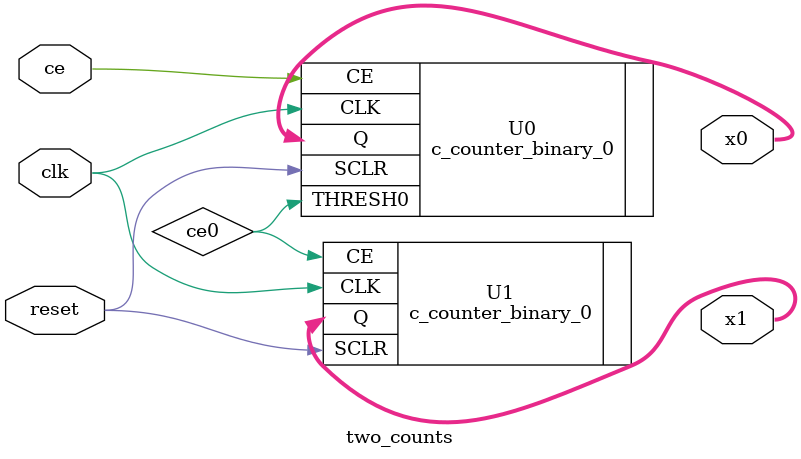
<source format=v>
`timescale 1ns / 1ps


module two_counts(
    input clk,reset,ce,
    output [3:0]x0,x1
    );
    wire ce0;
    c_counter_binary_0 U0(.CLK(clk),.Q(x0),.THRESH0(ce0),.CE(ce),.SCLR(reset)),
                       U1(.CLK(clk),.Q(x1),.CE(ce0),.SCLR(reset));
endmodule

</source>
